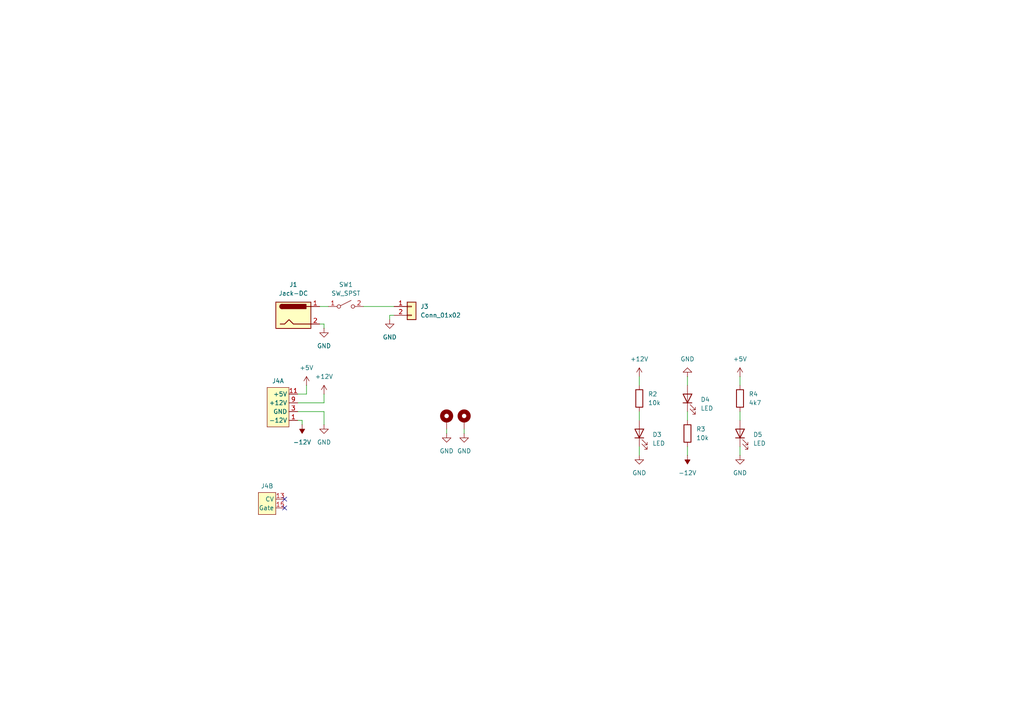
<source format=kicad_sch>
(kicad_sch (version 20250114) (generator "eeschema") (generator_version "9.0")
  (paper "A4")
  (title_block (comment 2 "creativecommons.org/licenses/by/4.0/") (comment 3 "License: CC BY 4.0") (comment 4 "Author: Guy John"))
  (lib_symbols
    (symbol "Connector:Jack-DC" (pin_names (offset 1.016))
      (property "Reference" "J" (at 0 5.334 0))
      (property "Value" "Jack-DC" (at 0 -5.08 0))
      (symbol "Jack-DC_0_1"
        (rectangle (start -5.08 3.81) (end 5.08 -3.81) (stroke (width 0.254)) (fill (type background)))
        (polyline (pts (xy -3.81 -2.54) (xy -2.54 -2.54) (xy -1.27 -1.27) (xy 0 -2.54) (xy 2.54 -2.54) (xy 5.08 -2.54)) (stroke (width 0.254)))
        (arc (start -3.302 1.905) (mid -3.9343 2.54) (end -3.302 3.175) (stroke (width 0.254)))
        (arc (start -3.302 1.905) (mid -3.9343 2.54) (end -3.302 3.175) (stroke (width 0.254)) (fill (type outline)))
        (rectangle (start 3.683 3.175) (end -3.302 1.905) (stroke (width 0.254)) (fill (type outline)))
        (polyline (pts (xy 5.08 2.54) (xy 3.81 2.54)) (stroke (width 0.254)))
      )
      (symbol "Jack-DC_1_1"
        (pin passive line (at 7.62 2.54 180) (length 2.54) (name "~") (number "1"))
        (pin passive line (at 7.62 -2.54 180) (length 2.54) (name "~") (number "2"))
      )
    )
    (symbol "Connector_Generic:Conn_01x02" (pin_names (offset 1.016) (hide yes))
      (property "Reference" "J" (at 0 2.54 0))
      (property "Value" "Conn_01x02" (at 0 -5.08 0))
      (symbol "Conn_01x02_1_1"
        (rectangle (start -1.27 1.27) (end 1.27 -3.81) (stroke (width 0.254)) (fill (type background)))
        (rectangle (start -1.27 0.127) (end 0 -0.127) (stroke (width 0.1524)))
        (rectangle (start -1.27 -2.413) (end 0 -2.667) (stroke (width 0.1524)))
        (pin passive line (at -5.08 0 0) (length 3.81) (name "Pin_1") (number "1"))
        (pin passive line (at -5.08 -2.54 0) (length 3.81) (name "Pin_2") (number "2"))
      )
    )
    (symbol "Device:LED" (pin_numbers (hide yes)) (pin_names (offset 1.016) (hide yes))
      (property "Reference" "D" (at 0 2.54 0))
      (property "Value" "LED" (at 0 -2.54 0))
      (symbol "LED_0_1"
        (polyline (pts (xy -3.048 -0.762) (xy -4.572 -2.286) (xy -3.81 -2.286) (xy -4.572 -2.286) (xy -4.572 -1.524)))
        (polyline (pts (xy -1.778 -0.762) (xy -3.302 -2.286) (xy -2.54 -2.286) (xy -3.302 -2.286) (xy -3.302 -1.524)))
        (polyline (pts (xy -1.27 0) (xy 1.27 0)))
        (polyline (pts (xy -1.27 -1.27) (xy -1.27 1.27)) (stroke (width 0.254)))
        (polyline (pts (xy 1.27 -1.27) (xy 1.27 1.27) (xy -1.27 0) (xy 1.27 -1.27)) (stroke (width 0.254)))
      )
      (symbol "LED_1_1"
        (pin passive line (at -3.81 0 0) (length 2.54) (name "K") (number "1"))
        (pin passive line (at 3.81 0 180) (length 2.54) (name "A") (number "2"))
      )
    )
    (symbol "Device:R" (pin_numbers (hide yes)) (pin_names (offset 0))
      (property "Reference" "R" (at 2.032 0 90))
      (property "Value" "R" (at 0 0 90))
      (symbol "R_0_1"
        (rectangle (start -1.016 -2.54) (end 1.016 2.54) (stroke (width 0.254)))
      )
      (symbol "R_1_1"
        (pin passive line (at 0 3.81 270) (length 1.27) (name "~") (number "1"))
        (pin passive line (at 0 -3.81 90) (length 1.27) (name "~") (number "2"))
      )
    )
    (symbol "Mechanical:MountingHole_Pad" (pin_numbers (hide yes)) (pin_names (offset 1.016) (hide yes)) (in_bom no)
      (property "Reference" "H" (at 0 6.35 0))
      (property "Value" "MountingHole_Pad" (at 0 4.445 0))
      (symbol "MountingHole_Pad_0_1"
        (circle (center 0 1.27) (radius 1.27) (stroke (width 1.27)))
      )
      (symbol "MountingHole_Pad_1_1"
        (pin input line (at 0 -2.54 90) (length 2.54) (name "1") (number "1"))
      )
    )
    (symbol "Rumblesan_Eurorack_Power:Eurorack Power Large"
      (property "Reference" "J?" (at 0.635 8.255 0))
      (symbol "Eurorack Power Large_1_1"
        (rectangle (start -2.54 6.985) (end 3.81 -4.445) (stroke (width 0.1524)) (fill (type background)))
        (pin power_out line (at 6.35 5.08 180) (length 2.54) (name "+5V") (number "11"))
        (pin passive line (at 6.35 5.08 180) (length 2.54) (hide yes) (name "+5V") (number "12"))
        (pin passive line (at 6.35 2.54 180) (length 2.54) (hide yes) (name "+12V") (number "10"))
        (pin power_out line (at 6.35 2.54 180) (length 2.54) (name "+12V") (number "9"))
        (pin power_out line (at 6.35 0 180) (length 2.54) (name "GND") (number "3"))
        (pin passive line (at 6.35 0 180) (length 2.54) (hide yes) (name "GND") (number "4"))
        (pin passive line (at 6.35 0 180) (length 2.54) (hide yes) (name "GND") (number "5"))
        (pin passive line (at 6.35 0 180) (length 2.54) (hide yes) (name "GND") (number "6"))
        (pin passive line (at 6.35 0 180) (length 2.54) (hide yes) (name "GND") (number "7"))
        (pin passive line (at 6.35 0 180) (length 2.54) (hide yes) (name "GND") (number "8"))
        (pin power_out line (at 6.35 -2.54 180) (length 2.54) (name "-12V") (number "1"))
        (pin passive line (at 6.35 -2.54 180) (length 2.54) (hide yes) (name "-12V") (number "2"))
      )
      (symbol "Eurorack Power Large_2_1"
        (rectangle (start -1.27 4.445) (end 3.81 -1.905) (stroke (width 0.1524)) (fill (type background)))
        (pin passive line (at 6.35 2.54 180) (length 2.54) (name "CV") (number "13"))
        (pin passive line (at 6.35 2.54 180) (length 2.54) (hide yes) (name "CV") (number "14"))
        (pin passive line (at 6.35 0 180) (length 2.54) (name "Gate") (number "15"))
        (pin passive line (at 6.35 0 180) (length 2.54) (hide yes) (name "Gate") (number "16"))
      )
    )
    (symbol "Switch:SW_SPST" (pin_names (offset 0) (hide yes))
      (property "Reference" "SW" (at 0 3.175 0))
      (property "Value" "SW_SPST" (at 0 -2.54 0))
      (symbol "SW_SPST_0_0"
        (circle (center -2.032 0) (radius 0.508))
        (polyline (pts (xy -1.524 0.254) (xy 1.524 1.778)))
        (circle (center 2.032 0) (radius 0.508))
      )
      (symbol "SW_SPST_1_1"
        (pin passive line (at -5.08 0 0) (length 2.54) (name "A") (number "1"))
        (pin passive line (at 5.08 0 180) (length 2.54) (name "B") (number "2"))
      )
    )
    (symbol "power:+12V" (power) (pin_numbers (hide yes)) (pin_names (offset 0) (hide yes))
      (property "Value" "+12V" (at 0 3.556 0))
      (symbol "+12V_0_1"
        (polyline (pts (xy -0.762 1.27) (xy 0 2.54)))
        (polyline (pts (xy 0 2.54) (xy 0.762 1.27)))
        (polyline (pts (xy 0 0) (xy 0 2.54)))
      )
      (symbol "+12V_1_1"
        (pin power_in line (at 0 0 90) (length 0) (name "~") (number "1"))
      )
    )
    (symbol "power:+5V" (power) (pin_numbers (hide yes)) (pin_names (offset 0) (hide yes))
      (property "Value" "+5V" (at 0 3.556 0))
      (symbol "+5V_0_1"
        (polyline (pts (xy -0.762 1.27) (xy 0 2.54)))
        (polyline (pts (xy 0 2.54) (xy 0.762 1.27)))
        (polyline (pts (xy 0 0) (xy 0 2.54)))
      )
      (symbol "+5V_1_1"
        (pin power_in line (at 0 0 90) (length 0) (name "~") (number "1"))
      )
    )
    (symbol "power:-12V" (power) (pin_numbers (hide yes)) (pin_names (offset 0) (hide yes))
      (property "Value" "-12V" (at 0 3.556 0))
      (symbol "-12V_0_0"
        (pin power_in line (at 0 0 90) (length 0) (name "~") (number "1"))
      )
      (symbol "-12V_0_1"
        (polyline (pts (xy 0 0) (xy 0 1.27) (xy 0.762 1.27) (xy 0 2.54) (xy -0.762 1.27) (xy 0 1.27)) (fill (type outline)))
      )
    )
    (symbol "power:GND" (power) (pin_numbers (hide yes)) (pin_names (offset 0) (hide yes))
      (property "Value" "GND" (at 0 -3.81 0))
      (symbol "GND_0_1"
        (polyline (pts (xy 0 0) (xy 0 -1.27) (xy 1.27 -1.27) (xy 0 -2.54) (xy -1.27 -1.27) (xy 0 -1.27)))
      )
      (symbol "GND_1_1"
        (pin power_in line (at 0 0 270) (length 0) (name "~") (number "1"))
      )
    )
  )
  (no_connect (at 82.55 144.78))
  (no_connect (at 82.55 147.32))
  (wire (pts (xy 214.63 119.38) (xy 214.63 121.92)))
  (wire (pts (xy 199.39 132.08) (xy 199.39 129.54)))
  (wire (pts (xy 93.98 114.3) (xy 93.98 116.84)))
  (wire (pts (xy 86.36 121.92) (xy 87.63 121.92)))
  (wire (pts (xy 199.39 111.76) (xy 199.39 109.22)))
  (wire (pts (xy 88.9 114.3) (xy 86.36 114.3)))
  (wire (pts (xy 93.98 93.98) (xy 93.98 95.25)))
  (wire (pts (xy 185.42 119.38) (xy 185.42 121.92)))
  (wire (pts (xy 185.42 129.54) (xy 185.42 132.08)))
  (wire (pts (xy 214.63 109.22) (xy 214.63 111.76)))
  (wire (pts (xy 214.63 129.54) (xy 214.63 132.08)))
  (wire (pts (xy 86.36 119.38) (xy 93.98 119.38)))
  (wire (pts (xy 92.71 88.9) (xy 95.25 88.9)))
  (wire (pts (xy 92.71 93.98) (xy 93.98 93.98)))
  (wire (pts (xy 88.9 111.76) (xy 88.9 114.3)))
  (wire (pts (xy 93.98 119.38) (xy 93.98 123.19)))
  (wire (pts (xy 105.41 88.9) (xy 114.3 88.9)))
  (wire (pts (xy 114.3 91.44) (xy 113.03 91.44)))
  (wire (pts (xy 113.03 91.44) (xy 113.03 92.71)))
  (wire (pts (xy 185.42 109.22) (xy 185.42 111.76)))
  (wire (pts (xy 129.54 124.46) (xy 129.54 125.73)))
  (wire (pts (xy 87.63 121.92) (xy 87.63 123.19)))
  (wire (pts (xy 134.62 124.46) (xy 134.62 125.73)))
  (wire (pts (xy 199.39 121.92) (xy 199.39 119.38)))
  (wire (pts (xy 93.98 116.84) (xy 86.36 116.84)))
  (symbol (lib_id "Device:LED") (at 199.39 115.57 90) (unit 1)
    (property "Reference" "D4" (at 203.2 115.8874 90) (effects (justify right)))
    (property "Value" "LED" (at 203.2 118.4274 90) (effects (justify right)))
    (property "Footprint" "LED_THT:LED_D5.0mm" (effects (hide yes)))
    (property "Description" "Light emitting diode" (effects (hide yes)))
    (property "Sim.Pins" "1=K 2=A" (effects (hide yes)))
  )
  (symbol (lib_id "power:-12V") (at 199.39 132.08 180) (unit 1)
    (property "Reference" "#PWR09" (effects (hide yes)))
    (property "Value" "-12V" (at 199.39 137.16 0))
    (property "Description" "Power symbol creates a global label with name \"-12V\"" (effects (hide yes)))
  )
  (symbol (lib_id "power:+12V") (at 185.42 109.22 0) (unit 1)
    (property "Reference" "#PWR011" (effects (hide yes)))
    (property "Value" "+12V" (at 185.42 104.14 0))
    (property "Description" "Power symbol creates a global label with name \"+12V\"" (effects (hide yes)))
  )
  (symbol (lib_id "power:GND") (at 93.98 95.25 0) (unit 1)
    (property "Reference" "#PWR01" (effects (hide yes)))
    (property "Value" "GND" (at 93.98 100.33 0))
    (property "Description" "Power symbol creates a global label with name \"GND\" , ground" (effects (hide yes)))
  )
  (symbol (lib_id "Device:R") (at 185.42 115.57 0) (unit 1)
    (property "Reference" "R2" (at 187.96 114.2999 0) (effects (justify left)))
    (property "Value" "10k" (at 187.96 116.8399 0) (effects (justify left)))
    (property "Footprint" "Resistor_THT:R_Axial_DIN0207_L6.3mm_D2.5mm_P10.16mm_Horizontal" (effects (hide yes)))
    (property "Description" "Resistor" (effects (hide yes)))
    (property "Spec" "metal film" (effects (hide yes)))
    (property "Power" "1/4 Watt" (effects (hide yes)))
    (property "Tolerance" "1%" (effects (hide yes)))
  )
  (symbol (lib_id "power:GND") (at 185.42 132.08 0) (unit 1)
    (property "Reference" "#PWR012" (effects (hide yes)))
    (property "Value" "GND" (at 185.42 137.16 0))
    (property "Description" "Power symbol creates a global label with name \"GND\" , ground" (effects (hide yes)))
  )
  (symbol (lib_id "power:-12V") (at 87.63 123.19 180) (unit 1)
    (property "Reference" "#PWR07" (effects (hide yes)))
    (property "Value" "-12V" (at 87.63 128.27 0))
    (property "Description" "Power symbol creates a global label with name \"-12V\"" (effects (hide yes)))
  )
  (symbol (lib_id "power:GND") (at 134.62 125.73 0) (unit 1)
    (property "Reference" "#PWR08" (effects (hide yes)))
    (property "Value" "GND" (at 134.62 130.81 0))
    (property "Description" "Power symbol creates a global label with name \"GND\" , ground" (effects (hide yes)))
  )
  (symbol (lib_id "power:GND") (at 93.98 123.19 0) (unit 1)
    (property "Reference" "#PWR06" (effects (hide yes)))
    (property "Value" "GND" (at 93.98 128.27 0))
    (property "Description" "Power symbol creates a global label with name \"GND\" , ground" (effects (hide yes)))
  )
  (symbol (lib_id "Switch:SW_SPST") (at 100.33 88.9 0) (unit 1) (on_board no)
    (property "Reference" "SW1" (at 100.33 82.55 0))
    (property "Value" "SW_SPST" (at 100.33 85.09 0))
    (property "Description" "Single Pole Single Throw (SPST) switch" (effects (hide yes)))
  )
  (symbol (lib_id "Connector:Jack-DC") (at 85.09 91.44 0) (unit 1) (on_board no)
    (property "Reference" "J1" (at 85.09 82.55 0))
    (property "Value" "Jack-DC" (at 85.09 85.09 0))
    (property "Description" "DC Barrel Jack" (effects (hide yes)))
  )
  (symbol (lib_id "Mechanical:MountingHole_Pad") (at 129.54 121.92 0) (unit 1) (in_bom no)
    (property "Reference" "H1" (effects (hide yes)))
    (property "Value" "MountingHole_Pad" (effects (hide yes)))
    (property "Footprint" "Rumblesan_Standard_Parts:MountingHole_3.2mm_M3_DIN965_Pad" (effects (hide yes)))
    (property "Description" "Mounting Hole with connection" (effects (hide yes)))
  )
  (symbol (lib_id "Device:LED") (at 185.42 125.73 90) (unit 1)
    (property "Reference" "D3" (at 189.23 126.0474 90) (effects (justify right)))
    (property "Value" "LED" (at 189.23 128.5874 90) (effects (justify right)))
    (property "Footprint" "LED_THT:LED_D5.0mm" (effects (hide yes)))
    (property "Description" "Light emitting diode" (effects (hide yes)))
    (property "Sim.Pins" "1=K 2=A" (effects (hide yes)))
  )
  (symbol (lib_id "power:+5V") (at 214.63 109.22 0) (unit 1)
    (property "Reference" "#PWR038" (effects (hide yes)))
    (property "Value" "+5V" (at 214.63 104.14 0))
    (property "Description" "Power symbol creates a global label with name \"+5V\"" (effects (hide yes)))
  )
  (symbol (lib_id "Connector_Generic:Conn_01x02") (at 119.38 88.9 0) (unit 1) (on_board no)
    (property "Reference" "J3" (at 121.92 88.8999 0) (effects (justify left)))
    (property "Value" "Conn_01x02" (at 121.92 91.4399 0) (effects (justify left)))
    (property "Description" "Generic connector, single row, 01x02, script generated (kicad-library-utils/schlib/autogen/connector/)" (effects (hide yes)))
  )
  (symbol (lib_id "power:+12V") (at 93.98 114.3 0) (unit 1)
    (property "Reference" "#PWR04" (effects (hide yes)))
    (property "Value" "+12V" (at 93.98 109.22 0))
    (property "Description" "Power symbol creates a global label with name \"+12V\"" (effects (hide yes)))
  )
  (symbol (lib_id "power:GND") (at 129.54 125.73 0) (unit 1)
    (property "Reference" "#PWR03" (effects (hide yes)))
    (property "Value" "GND" (at 129.54 130.81 0))
    (property "Description" "Power symbol creates a global label with name \"GND\" , ground" (effects (hide yes)))
  )
  (symbol (lib_id "power:GND") (at 214.63 132.08 0) (unit 1)
    (property "Reference" "#PWR040" (effects (hide yes)))
    (property "Value" "GND" (at 214.63 137.16 0))
    (property "Description" "Power symbol creates a global label with name \"GND\" , ground" (effects (hide yes)))
  )
  (symbol (lib_id "power:GND") (at 113.03 92.71 0) (unit 1)
    (property "Reference" "#PWR02" (effects (hide yes)))
    (property "Value" "GND" (at 113.03 97.79 0))
    (property "Description" "Power symbol creates a global label with name \"GND\" , ground" (effects (hide yes)))
  )
  (symbol (lib_id "Device:R") (at 199.39 125.73 0) (mirror y) (unit 1)
    (property "Reference" "R3" (at 201.93 124.4599 0) (effects (justify right)))
    (property "Value" "10k" (at 201.93 126.9999 0) (effects (justify right)))
    (property "Footprint" "Resistor_THT:R_Axial_DIN0207_L6.3mm_D2.5mm_P10.16mm_Horizontal" (effects (hide yes)))
    (property "Description" "Resistor" (effects (hide yes)))
    (property "Spec" "metal film" (effects (hide yes)))
    (property "Power" "1/4 Watt" (effects (hide yes)))
    (property "Tolerance" "1%" (effects (hide yes)))
  )
  (symbol (lib_id "Rumblesan_Eurorack_Power:Eurorack Power Large") (at 80.01 119.38 0) (unit 1)
    (property "Reference" "J4" (at 80.645 110.49 0))
    (property "Value" "Conn_02x08_Odd_Even" (effects (hide yes)))
    (property "Footprint" "Rumblesan_Eurorack_Power:Eurorack_Power_IDC-Header_2x08_P2.54mm_Vertical" (effects (hide yes)))
  )
  (symbol (lib_id "Device:LED") (at 214.63 125.73 90) (unit 1)
    (property "Reference" "D5" (at 218.44 126.0474 90) (effects (justify right)))
    (property "Value" "LED" (at 218.44 128.5874 90) (effects (justify right)))
    (property "Footprint" "LED_THT:LED_D5.0mm" (effects (hide yes)))
    (property "Description" "Light emitting diode" (effects (hide yes)))
    (property "Sim.Pins" "1=K 2=A" (effects (hide yes)))
  )
  (symbol (lib_id "Rumblesan_Eurorack_Power:Eurorack Power Large") (at 76.2 147.32 0) (unit 2)
    (property "Reference" "J4" (at 77.47 140.97 0))
    (property "Value" "Conn_02x08_Odd_Even" (effects (hide yes)))
    (property "Footprint" "Rumblesan_Eurorack_Power:Eurorack_Power_IDC-Header_2x08_P2.54mm_Vertical" (effects (hide yes)))
  )
  (symbol (lib_id "power:+5V") (at 88.9 111.76 0) (unit 1)
    (property "Reference" "#PWR05" (effects (hide yes)))
    (property "Value" "+5V" (at 88.9 106.68 0))
    (property "Description" "Power symbol creates a global label with name \"+5V\"" (effects (hide yes)))
  )
  (symbol (lib_id "power:GND") (at 199.39 109.22 180) (unit 1)
    (property "Reference" "#PWR017" (effects (hide yes)))
    (property "Value" "GND" (at 199.39 104.14 0))
    (property "Description" "Power symbol creates a global label with name \"GND\" , ground" (effects (hide yes)))
  )
  (symbol (lib_id "Mechanical:MountingHole_Pad") (at 134.62 121.92 0) (unit 1) (in_bom no)
    (property "Reference" "H2" (effects (hide yes)))
    (property "Value" "MountingHole_Pad" (effects (hide yes)))
    (property "Footprint" "Rumblesan_Standard_Parts:MountingHole_3.2mm_M3_DIN965_Pad" (effects (hide yes)))
    (property "Description" "Mounting Hole with connection" (effects (hide yes)))
  )
  (symbol (lib_id "Device:R") (at 214.63 115.57 0) (unit 1)
    (property "Reference" "R4" (at 217.17 114.2999 0) (effects (justify left)))
    (property "Value" "4k7" (at 217.17 116.8399 0) (effects (justify left)))
    (property "Footprint" "Resistor_THT:R_Axial_DIN0207_L6.3mm_D2.5mm_P10.16mm_Horizontal" (effects (hide yes)))
    (property "Description" "Resistor" (effects (hide yes)))
    (property "Spec" "metal film" (effects (hide yes)))
    (property "Power" "1/4 Watt" (effects (hide yes)))
    (property "Tolerance" "1%" (effects (hide yes)))
  )
)
</source>
